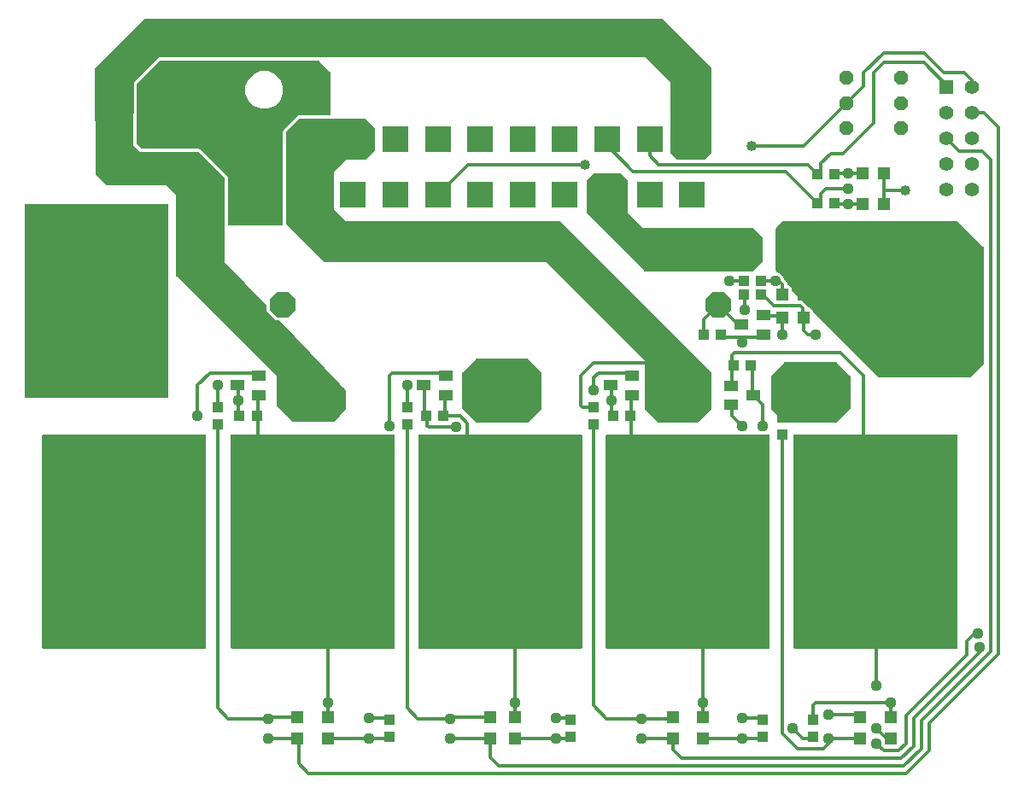
<source format=gbr>
G04 EAGLE Gerber RS-274X export*
G75*
%MOMM*%
%FSLAX34Y34*%
%LPD*%
%INTop Copper*%
%IPPOS*%
%AMOC8*
5,1,8,0,0,1.08239X$1,22.5*%
G01*
%ADD10P,2.749271X8X202.500000*%
%ADD11R,1.200000X1.200000*%
%ADD12R,1.100000X1.000000*%
%ADD13R,1.000000X1.100000*%
%ADD14R,3.150000X1.700000*%
%ADD15R,1.700000X3.150000*%
%ADD16C,8.000000*%
%ADD17R,2.550000X2.550000*%
%ADD18P,1.525737X8X112.500000*%
%ADD19R,1.400000X1.000000*%
%ADD20R,1.409600X1.409600*%
%ADD21C,1.409600*%
%ADD22C,0.304800*%
%ADD23C,1.117600*%
%ADD24C,1.108000*%
%ADD25C,1.016000*%
%ADD26C,1.422400*%
%ADD27C,1.114800*%

G36*
X335155Y373495D02*
X335155Y373495D01*
X335346Y373516D01*
X335346Y373517D01*
X335505Y373573D01*
X335674Y373634D01*
X335812Y373723D01*
X335967Y373823D01*
X335968Y373824D01*
X336143Y373993D01*
X346943Y386243D01*
X346988Y386307D01*
X347040Y386366D01*
X347087Y386450D01*
X347142Y386529D01*
X347171Y386602D01*
X347209Y386671D01*
X347235Y386763D01*
X347270Y386853D01*
X347282Y386930D01*
X347304Y387006D01*
X347315Y387149D01*
X347322Y387197D01*
X347321Y387218D01*
X347323Y387250D01*
X347323Y403800D01*
X347316Y403860D01*
X347318Y403921D01*
X347296Y404033D01*
X347283Y404146D01*
X347263Y404203D01*
X347251Y404263D01*
X347204Y404367D01*
X347166Y404474D01*
X347133Y404525D01*
X347108Y404580D01*
X346992Y404744D01*
X346977Y404767D01*
X346972Y404772D01*
X346966Y404780D01*
X344866Y407280D01*
X344833Y407311D01*
X344777Y407377D01*
X341093Y411061D01*
X281988Y473773D01*
X281875Y473869D01*
X281764Y473968D01*
X281742Y473981D01*
X281722Y473997D01*
X281589Y474065D01*
X281459Y474137D01*
X281434Y474144D01*
X281411Y474156D01*
X281267Y474191D01*
X281124Y474232D01*
X281093Y474234D01*
X281073Y474239D01*
X281025Y474240D01*
X280880Y474251D01*
X277577Y474251D01*
X268351Y483477D01*
X268351Y487638D01*
X268339Y487741D01*
X268337Y487845D01*
X268319Y487913D01*
X268311Y487984D01*
X268276Y488082D01*
X268251Y488182D01*
X268218Y488245D01*
X268194Y488312D01*
X268138Y488399D01*
X268089Y488491D01*
X268030Y488565D01*
X268005Y488605D01*
X267978Y488631D01*
X267937Y488682D01*
X226823Y532305D01*
X226823Y614700D01*
X226809Y614826D01*
X226802Y614952D01*
X226789Y614998D01*
X226783Y615046D01*
X226741Y615165D01*
X226706Y615287D01*
X226682Y615329D01*
X226666Y615374D01*
X226597Y615481D01*
X226536Y615591D01*
X226496Y615637D01*
X226477Y615667D01*
X226442Y615701D01*
X226377Y615777D01*
X201077Y641077D01*
X200978Y641156D01*
X200884Y641240D01*
X200842Y641264D01*
X200804Y641294D01*
X200690Y641348D01*
X200579Y641409D01*
X200533Y641422D01*
X200489Y641443D01*
X200366Y641469D01*
X200244Y641504D01*
X200183Y641509D01*
X200148Y641516D01*
X200100Y641515D01*
X200000Y641523D01*
X143131Y641523D01*
X136526Y648128D01*
X136820Y710466D01*
X161331Y734977D01*
X643769Y734977D01*
X668277Y710469D01*
X668277Y641250D01*
X668291Y641124D01*
X668298Y640998D01*
X668311Y640952D01*
X668317Y640904D01*
X668359Y640785D01*
X668394Y640663D01*
X668418Y640621D01*
X668434Y640576D01*
X668503Y640469D01*
X668564Y640359D01*
X668604Y640313D01*
X668623Y640283D01*
X668658Y640249D01*
X668723Y640173D01*
X675073Y633823D01*
X675172Y633744D01*
X675266Y633660D01*
X675308Y633636D01*
X675346Y633606D01*
X675460Y633552D01*
X675571Y633491D01*
X675617Y633478D01*
X675661Y633457D01*
X675784Y633431D01*
X675906Y633396D01*
X675967Y633392D01*
X676002Y633384D01*
X676050Y633385D01*
X676150Y633377D01*
X701550Y633377D01*
X701676Y633391D01*
X701802Y633398D01*
X701848Y633411D01*
X701896Y633417D01*
X702015Y633459D01*
X702137Y633494D01*
X702179Y633518D01*
X702224Y633534D01*
X702331Y633603D01*
X702441Y633664D01*
X702487Y633704D01*
X702517Y633723D01*
X702551Y633758D01*
X702627Y633823D01*
X708977Y640173D01*
X709056Y640272D01*
X709140Y640366D01*
X709164Y640408D01*
X709194Y640446D01*
X709248Y640560D01*
X709309Y640671D01*
X709322Y640717D01*
X709343Y640761D01*
X709369Y640884D01*
X709404Y641006D01*
X709409Y641067D01*
X709416Y641102D01*
X709415Y641150D01*
X709423Y641250D01*
X709423Y723800D01*
X709409Y723926D01*
X709402Y724052D01*
X709389Y724098D01*
X709383Y724146D01*
X709341Y724265D01*
X709306Y724387D01*
X709282Y724429D01*
X709266Y724474D01*
X709197Y724581D01*
X709136Y724691D01*
X709096Y724737D01*
X709077Y724767D01*
X709042Y724801D01*
X709030Y724815D01*
X709019Y724831D01*
X709008Y724841D01*
X708977Y724877D01*
X660877Y772977D01*
X660778Y773056D01*
X660684Y773140D01*
X660642Y773164D01*
X660604Y773194D01*
X660490Y773248D01*
X660379Y773309D01*
X660333Y773322D01*
X660289Y773343D01*
X660166Y773369D01*
X660044Y773404D01*
X659983Y773409D01*
X659948Y773416D01*
X659900Y773415D01*
X659800Y773423D01*
X148000Y773423D01*
X147874Y773409D01*
X147748Y773402D01*
X147702Y773389D01*
X147654Y773383D01*
X147535Y773341D01*
X147413Y773306D01*
X147371Y773282D01*
X147326Y773266D01*
X147219Y773197D01*
X147109Y773136D01*
X147063Y773096D01*
X147033Y773077D01*
X146999Y773042D01*
X146923Y772977D01*
X98823Y724877D01*
X98757Y724794D01*
X98715Y724750D01*
X98706Y724735D01*
X98659Y724683D01*
X98636Y724641D01*
X98606Y724604D01*
X98552Y724489D01*
X98491Y724378D01*
X98478Y724332D01*
X98457Y724289D01*
X98431Y724165D01*
X98396Y724042D01*
X98391Y723983D01*
X98384Y723948D01*
X98385Y723900D01*
X98377Y723799D01*
X98477Y619999D01*
X98491Y619874D01*
X98498Y619748D01*
X98511Y619701D01*
X98517Y619652D01*
X98560Y619534D01*
X98594Y619413D01*
X98618Y619371D01*
X98635Y619324D01*
X98703Y619219D01*
X98764Y619109D01*
X98804Y619062D01*
X98824Y619032D01*
X98859Y618998D01*
X98923Y618923D01*
X108923Y608923D01*
X109022Y608844D01*
X109116Y608760D01*
X109158Y608736D01*
X109196Y608706D01*
X109310Y608652D01*
X109421Y608591D01*
X109467Y608578D01*
X109511Y608557D01*
X109634Y608531D01*
X109756Y608496D01*
X109817Y608492D01*
X109852Y608484D01*
X109900Y608485D01*
X110000Y608477D01*
X169369Y608477D01*
X178377Y599469D01*
X178377Y520100D01*
X178391Y519974D01*
X178398Y519848D01*
X178411Y519802D01*
X178417Y519754D01*
X178459Y519635D01*
X178494Y519513D01*
X178518Y519471D01*
X178534Y519426D01*
X178603Y519319D01*
X178664Y519209D01*
X178704Y519163D01*
X178723Y519133D01*
X178758Y519099D01*
X178823Y519023D01*
X278477Y419369D01*
X278477Y390000D01*
X278491Y389874D01*
X278498Y389748D01*
X278511Y389702D01*
X278517Y389654D01*
X278559Y389535D01*
X278594Y389413D01*
X278618Y389371D01*
X278634Y389326D01*
X278703Y389219D01*
X278764Y389109D01*
X278804Y389063D01*
X278823Y389033D01*
X278858Y388999D01*
X278923Y388923D01*
X293923Y373923D01*
X294022Y373844D01*
X294116Y373760D01*
X294158Y373736D01*
X294196Y373706D01*
X294310Y373652D01*
X294421Y373591D01*
X294467Y373578D01*
X294511Y373557D01*
X294634Y373531D01*
X294756Y373496D01*
X294817Y373492D01*
X294852Y373484D01*
X294900Y373485D01*
X295000Y373477D01*
X335000Y373477D01*
X335155Y373495D01*
G37*
G36*
X394118Y148746D02*
X394118Y148746D01*
X394237Y148753D01*
X394275Y148766D01*
X394316Y148771D01*
X394426Y148814D01*
X394539Y148851D01*
X394574Y148873D01*
X394611Y148888D01*
X394707Y148958D01*
X394808Y149021D01*
X394836Y149051D01*
X394869Y149074D01*
X394945Y149166D01*
X395026Y149253D01*
X395046Y149288D01*
X395071Y149319D01*
X395122Y149427D01*
X395180Y149531D01*
X395190Y149571D01*
X395207Y149607D01*
X395229Y149724D01*
X395259Y149839D01*
X395263Y149900D01*
X395267Y149920D01*
X395265Y149940D01*
X395269Y150000D01*
X395269Y360000D01*
X395254Y360118D01*
X395247Y360237D01*
X395234Y360275D01*
X395229Y360316D01*
X395186Y360426D01*
X395149Y360539D01*
X395127Y360574D01*
X395112Y360611D01*
X395043Y360707D01*
X394979Y360808D01*
X394949Y360836D01*
X394926Y360869D01*
X394834Y360945D01*
X394747Y361026D01*
X394712Y361046D01*
X394681Y361071D01*
X394573Y361122D01*
X394469Y361180D01*
X394429Y361190D01*
X394393Y361207D01*
X394276Y361229D01*
X394161Y361259D01*
X394101Y361263D01*
X394081Y361267D01*
X394060Y361265D01*
X394000Y361269D01*
X234000Y361269D01*
X233882Y361254D01*
X233763Y361247D01*
X233725Y361234D01*
X233684Y361229D01*
X233574Y361186D01*
X233461Y361149D01*
X233426Y361127D01*
X233389Y361112D01*
X233293Y361043D01*
X233192Y360979D01*
X233164Y360949D01*
X233131Y360926D01*
X233056Y360834D01*
X232974Y360747D01*
X232954Y360712D01*
X232929Y360681D01*
X232878Y360573D01*
X232820Y360469D01*
X232810Y360429D01*
X232793Y360393D01*
X232771Y360276D01*
X232741Y360161D01*
X232737Y360101D01*
X232733Y360081D01*
X232735Y360060D01*
X232731Y360000D01*
X232731Y150000D01*
X232746Y149882D01*
X232753Y149763D01*
X232766Y149725D01*
X232771Y149684D01*
X232814Y149574D01*
X232851Y149461D01*
X232873Y149426D01*
X232888Y149389D01*
X232958Y149293D01*
X233021Y149192D01*
X233051Y149164D01*
X233074Y149131D01*
X233166Y149056D01*
X233253Y148974D01*
X233288Y148954D01*
X233319Y148929D01*
X233427Y148878D01*
X233531Y148820D01*
X233571Y148810D01*
X233607Y148793D01*
X233724Y148771D01*
X233839Y148741D01*
X233900Y148737D01*
X233920Y148733D01*
X233940Y148735D01*
X234000Y148731D01*
X394000Y148731D01*
X394118Y148746D01*
G37*
G36*
X207318Y148746D02*
X207318Y148746D01*
X207437Y148753D01*
X207475Y148766D01*
X207516Y148771D01*
X207626Y148814D01*
X207739Y148851D01*
X207774Y148873D01*
X207811Y148888D01*
X207907Y148958D01*
X208008Y149021D01*
X208036Y149051D01*
X208069Y149074D01*
X208145Y149166D01*
X208226Y149253D01*
X208246Y149288D01*
X208271Y149319D01*
X208322Y149427D01*
X208380Y149531D01*
X208390Y149571D01*
X208407Y149607D01*
X208429Y149724D01*
X208459Y149839D01*
X208463Y149900D01*
X208467Y149920D01*
X208465Y149940D01*
X208469Y150000D01*
X208469Y360000D01*
X208454Y360118D01*
X208447Y360237D01*
X208434Y360275D01*
X208429Y360316D01*
X208386Y360426D01*
X208349Y360539D01*
X208327Y360574D01*
X208312Y360611D01*
X208243Y360707D01*
X208179Y360808D01*
X208149Y360836D01*
X208126Y360869D01*
X208034Y360945D01*
X207947Y361026D01*
X207912Y361046D01*
X207881Y361071D01*
X207773Y361122D01*
X207669Y361180D01*
X207629Y361190D01*
X207593Y361207D01*
X207476Y361229D01*
X207361Y361259D01*
X207301Y361263D01*
X207281Y361267D01*
X207260Y361265D01*
X207200Y361269D01*
X47200Y361269D01*
X47082Y361254D01*
X46963Y361247D01*
X46925Y361234D01*
X46884Y361229D01*
X46774Y361186D01*
X46661Y361149D01*
X46626Y361127D01*
X46589Y361112D01*
X46493Y361043D01*
X46392Y360979D01*
X46364Y360949D01*
X46331Y360926D01*
X46256Y360834D01*
X46174Y360747D01*
X46154Y360712D01*
X46129Y360681D01*
X46078Y360573D01*
X46020Y360469D01*
X46010Y360429D01*
X45993Y360393D01*
X45971Y360276D01*
X45941Y360161D01*
X45937Y360101D01*
X45933Y360081D01*
X45935Y360060D01*
X45931Y360000D01*
X45931Y150000D01*
X45946Y149882D01*
X45953Y149763D01*
X45966Y149725D01*
X45971Y149684D01*
X46014Y149574D01*
X46051Y149461D01*
X46073Y149426D01*
X46088Y149389D01*
X46158Y149293D01*
X46221Y149192D01*
X46251Y149164D01*
X46274Y149131D01*
X46366Y149056D01*
X46453Y148974D01*
X46488Y148954D01*
X46519Y148929D01*
X46627Y148878D01*
X46731Y148820D01*
X46771Y148810D01*
X46807Y148793D01*
X46924Y148771D01*
X47039Y148741D01*
X47100Y148737D01*
X47120Y148733D01*
X47140Y148735D01*
X47200Y148731D01*
X207200Y148731D01*
X207318Y148746D01*
G37*
G36*
X952118Y148746D02*
X952118Y148746D01*
X952237Y148753D01*
X952275Y148766D01*
X952316Y148771D01*
X952426Y148814D01*
X952539Y148851D01*
X952574Y148873D01*
X952611Y148888D01*
X952707Y148958D01*
X952808Y149021D01*
X952836Y149051D01*
X952869Y149074D01*
X952945Y149166D01*
X953026Y149253D01*
X953046Y149288D01*
X953071Y149319D01*
X953122Y149427D01*
X953180Y149531D01*
X953190Y149571D01*
X953207Y149607D01*
X953229Y149724D01*
X953259Y149839D01*
X953263Y149900D01*
X953267Y149920D01*
X953265Y149940D01*
X953269Y150000D01*
X953269Y360000D01*
X953254Y360118D01*
X953247Y360237D01*
X953234Y360275D01*
X953229Y360316D01*
X953186Y360426D01*
X953149Y360539D01*
X953127Y360574D01*
X953112Y360611D01*
X953043Y360707D01*
X952979Y360808D01*
X952949Y360836D01*
X952926Y360869D01*
X952834Y360945D01*
X952747Y361026D01*
X952712Y361046D01*
X952681Y361071D01*
X952573Y361122D01*
X952469Y361180D01*
X952429Y361190D01*
X952393Y361207D01*
X952276Y361229D01*
X952161Y361259D01*
X952101Y361263D01*
X952081Y361267D01*
X952060Y361265D01*
X952000Y361269D01*
X792000Y361269D01*
X791882Y361254D01*
X791763Y361247D01*
X791725Y361234D01*
X791684Y361229D01*
X791574Y361186D01*
X791461Y361149D01*
X791426Y361127D01*
X791389Y361112D01*
X791293Y361043D01*
X791192Y360979D01*
X791164Y360949D01*
X791131Y360926D01*
X791056Y360834D01*
X790974Y360747D01*
X790954Y360712D01*
X790929Y360681D01*
X790878Y360573D01*
X790820Y360469D01*
X790810Y360429D01*
X790793Y360393D01*
X790771Y360276D01*
X790741Y360161D01*
X790737Y360101D01*
X790733Y360081D01*
X790735Y360060D01*
X790731Y360000D01*
X790731Y150000D01*
X790746Y149882D01*
X790753Y149763D01*
X790766Y149725D01*
X790771Y149684D01*
X790814Y149574D01*
X790851Y149461D01*
X790873Y149426D01*
X790888Y149389D01*
X790958Y149293D01*
X791021Y149192D01*
X791051Y149164D01*
X791074Y149131D01*
X791166Y149056D01*
X791253Y148974D01*
X791288Y148954D01*
X791319Y148929D01*
X791427Y148878D01*
X791531Y148820D01*
X791571Y148810D01*
X791607Y148793D01*
X791724Y148771D01*
X791839Y148741D01*
X791900Y148737D01*
X791920Y148733D01*
X791940Y148735D01*
X792000Y148731D01*
X952000Y148731D01*
X952118Y148746D01*
G37*
G36*
X766118Y148746D02*
X766118Y148746D01*
X766237Y148753D01*
X766275Y148766D01*
X766316Y148771D01*
X766426Y148814D01*
X766539Y148851D01*
X766574Y148873D01*
X766611Y148888D01*
X766707Y148958D01*
X766808Y149021D01*
X766836Y149051D01*
X766869Y149074D01*
X766945Y149166D01*
X767026Y149253D01*
X767046Y149288D01*
X767071Y149319D01*
X767122Y149427D01*
X767180Y149531D01*
X767190Y149571D01*
X767207Y149607D01*
X767229Y149724D01*
X767259Y149839D01*
X767263Y149900D01*
X767267Y149920D01*
X767265Y149940D01*
X767269Y150000D01*
X767269Y360000D01*
X767254Y360118D01*
X767247Y360237D01*
X767234Y360275D01*
X767229Y360316D01*
X767186Y360426D01*
X767149Y360539D01*
X767127Y360574D01*
X767112Y360611D01*
X767043Y360707D01*
X766979Y360808D01*
X766949Y360836D01*
X766926Y360869D01*
X766834Y360945D01*
X766747Y361026D01*
X766712Y361046D01*
X766681Y361071D01*
X766573Y361122D01*
X766469Y361180D01*
X766429Y361190D01*
X766393Y361207D01*
X766276Y361229D01*
X766161Y361259D01*
X766101Y361263D01*
X766081Y361267D01*
X766060Y361265D01*
X766000Y361269D01*
X606000Y361269D01*
X605882Y361254D01*
X605763Y361247D01*
X605725Y361234D01*
X605684Y361229D01*
X605574Y361186D01*
X605461Y361149D01*
X605426Y361127D01*
X605389Y361112D01*
X605293Y361043D01*
X605192Y360979D01*
X605164Y360949D01*
X605131Y360926D01*
X605056Y360834D01*
X604974Y360747D01*
X604954Y360712D01*
X604929Y360681D01*
X604878Y360573D01*
X604820Y360469D01*
X604810Y360429D01*
X604793Y360393D01*
X604771Y360276D01*
X604741Y360161D01*
X604737Y360101D01*
X604733Y360081D01*
X604735Y360060D01*
X604731Y360000D01*
X604731Y150000D01*
X604746Y149882D01*
X604753Y149763D01*
X604766Y149725D01*
X604771Y149684D01*
X604814Y149574D01*
X604851Y149461D01*
X604873Y149426D01*
X604888Y149389D01*
X604958Y149293D01*
X605021Y149192D01*
X605051Y149164D01*
X605074Y149131D01*
X605166Y149056D01*
X605253Y148974D01*
X605288Y148954D01*
X605319Y148929D01*
X605427Y148878D01*
X605531Y148820D01*
X605571Y148810D01*
X605607Y148793D01*
X605724Y148771D01*
X605839Y148741D01*
X605900Y148737D01*
X605920Y148733D01*
X605940Y148735D01*
X606000Y148731D01*
X766000Y148731D01*
X766118Y148746D01*
G37*
G36*
X580118Y148746D02*
X580118Y148746D01*
X580237Y148753D01*
X580275Y148766D01*
X580316Y148771D01*
X580426Y148814D01*
X580539Y148851D01*
X580574Y148873D01*
X580611Y148888D01*
X580707Y148958D01*
X580808Y149021D01*
X580836Y149051D01*
X580869Y149074D01*
X580945Y149166D01*
X581026Y149253D01*
X581046Y149288D01*
X581071Y149319D01*
X581122Y149427D01*
X581180Y149531D01*
X581190Y149571D01*
X581207Y149607D01*
X581229Y149724D01*
X581259Y149839D01*
X581263Y149900D01*
X581267Y149920D01*
X581265Y149940D01*
X581269Y150000D01*
X581269Y360000D01*
X581254Y360118D01*
X581247Y360237D01*
X581234Y360275D01*
X581229Y360316D01*
X581186Y360426D01*
X581149Y360539D01*
X581127Y360574D01*
X581112Y360611D01*
X581043Y360707D01*
X580979Y360808D01*
X580949Y360836D01*
X580926Y360869D01*
X580834Y360945D01*
X580747Y361026D01*
X580712Y361046D01*
X580681Y361071D01*
X580573Y361122D01*
X580469Y361180D01*
X580429Y361190D01*
X580393Y361207D01*
X580276Y361229D01*
X580161Y361259D01*
X580101Y361263D01*
X580081Y361267D01*
X580060Y361265D01*
X580000Y361269D01*
X458356Y361269D01*
X458347Y361268D01*
X458338Y361269D01*
X458189Y361248D01*
X458041Y361229D01*
X458032Y361226D01*
X458023Y361225D01*
X457870Y361173D01*
X457766Y361129D01*
X454734Y361129D01*
X454630Y361173D01*
X454621Y361175D01*
X454612Y361180D01*
X454468Y361217D01*
X454323Y361257D01*
X454313Y361257D01*
X454304Y361259D01*
X454144Y361269D01*
X420000Y361269D01*
X419882Y361254D01*
X419763Y361247D01*
X419725Y361234D01*
X419684Y361229D01*
X419574Y361186D01*
X419461Y361149D01*
X419426Y361127D01*
X419389Y361112D01*
X419293Y361043D01*
X419192Y360979D01*
X419164Y360949D01*
X419131Y360926D01*
X419056Y360834D01*
X418974Y360747D01*
X418954Y360712D01*
X418929Y360681D01*
X418878Y360573D01*
X418820Y360469D01*
X418810Y360429D01*
X418793Y360393D01*
X418771Y360276D01*
X418741Y360161D01*
X418737Y360101D01*
X418733Y360081D01*
X418735Y360060D01*
X418731Y360000D01*
X418731Y150000D01*
X418746Y149882D01*
X418753Y149763D01*
X418766Y149725D01*
X418771Y149684D01*
X418814Y149574D01*
X418851Y149461D01*
X418873Y149426D01*
X418888Y149389D01*
X418958Y149293D01*
X419021Y149192D01*
X419051Y149164D01*
X419074Y149131D01*
X419166Y149056D01*
X419253Y148974D01*
X419288Y148954D01*
X419319Y148929D01*
X419427Y148878D01*
X419531Y148820D01*
X419571Y148810D01*
X419607Y148793D01*
X419724Y148771D01*
X419839Y148741D01*
X419900Y148737D01*
X419920Y148733D01*
X419940Y148735D01*
X420000Y148731D01*
X580000Y148731D01*
X580118Y148746D01*
G37*
G36*
X169618Y397346D02*
X169618Y397346D01*
X169737Y397353D01*
X169775Y397366D01*
X169816Y397371D01*
X169926Y397414D01*
X170039Y397451D01*
X170074Y397473D01*
X170111Y397488D01*
X170207Y397558D01*
X170308Y397621D01*
X170336Y397651D01*
X170369Y397674D01*
X170445Y397766D01*
X170526Y397853D01*
X170546Y397888D01*
X170571Y397919D01*
X170622Y398027D01*
X170680Y398131D01*
X170690Y398171D01*
X170707Y398207D01*
X170729Y398324D01*
X170759Y398439D01*
X170763Y398500D01*
X170767Y398520D01*
X170765Y398540D01*
X170769Y398600D01*
X170769Y588600D01*
X170754Y588718D01*
X170747Y588837D01*
X170734Y588875D01*
X170729Y588916D01*
X170686Y589026D01*
X170649Y589139D01*
X170627Y589174D01*
X170612Y589211D01*
X170543Y589307D01*
X170479Y589408D01*
X170449Y589436D01*
X170426Y589469D01*
X170334Y589545D01*
X170247Y589626D01*
X170212Y589646D01*
X170181Y589671D01*
X170073Y589722D01*
X169969Y589780D01*
X169929Y589790D01*
X169893Y589807D01*
X169776Y589829D01*
X169661Y589859D01*
X169601Y589863D01*
X169581Y589867D01*
X169560Y589865D01*
X169500Y589869D01*
X29500Y589869D01*
X29382Y589854D01*
X29263Y589847D01*
X29225Y589834D01*
X29184Y589829D01*
X29074Y589786D01*
X28961Y589749D01*
X28926Y589727D01*
X28889Y589712D01*
X28793Y589643D01*
X28692Y589579D01*
X28664Y589549D01*
X28631Y589526D01*
X28556Y589434D01*
X28474Y589347D01*
X28454Y589312D01*
X28429Y589281D01*
X28378Y589173D01*
X28320Y589069D01*
X28310Y589029D01*
X28293Y588993D01*
X28271Y588876D01*
X28241Y588761D01*
X28237Y588701D01*
X28233Y588681D01*
X28235Y588660D01*
X28231Y588600D01*
X28231Y398600D01*
X28246Y398482D01*
X28253Y398363D01*
X28266Y398325D01*
X28271Y398284D01*
X28314Y398174D01*
X28351Y398061D01*
X28373Y398026D01*
X28388Y397989D01*
X28458Y397893D01*
X28521Y397792D01*
X28551Y397764D01*
X28574Y397731D01*
X28666Y397656D01*
X28753Y397574D01*
X28788Y397554D01*
X28819Y397529D01*
X28927Y397478D01*
X29031Y397420D01*
X29071Y397410D01*
X29107Y397393D01*
X29224Y397371D01*
X29339Y397341D01*
X29400Y397337D01*
X29420Y397333D01*
X29440Y397335D01*
X29500Y397331D01*
X169500Y397331D01*
X169618Y397346D01*
G37*
G36*
X695326Y373141D02*
X695326Y373141D01*
X695452Y373148D01*
X695498Y373161D01*
X695546Y373167D01*
X695665Y373209D01*
X695787Y373244D01*
X695829Y373268D01*
X695874Y373284D01*
X695981Y373353D01*
X696091Y373414D01*
X696137Y373454D01*
X696167Y373473D01*
X696201Y373508D01*
X696277Y373573D01*
X708977Y386273D01*
X709056Y386372D01*
X709140Y386466D01*
X709164Y386508D01*
X709194Y386546D01*
X709248Y386660D01*
X709309Y386771D01*
X709322Y386817D01*
X709343Y386861D01*
X709369Y386984D01*
X709404Y387106D01*
X709409Y387167D01*
X709416Y387202D01*
X709415Y387250D01*
X709423Y387350D01*
X709423Y422100D01*
X709409Y422226D01*
X709402Y422352D01*
X709389Y422398D01*
X709383Y422446D01*
X709341Y422565D01*
X709306Y422687D01*
X709282Y422729D01*
X709266Y422774D01*
X709197Y422881D01*
X709136Y422991D01*
X709096Y423037D01*
X709077Y423067D01*
X709042Y423101D01*
X708977Y423177D01*
X701078Y431076D01*
X559878Y572576D01*
X559778Y572655D01*
X559684Y572740D01*
X559643Y572763D01*
X559605Y572793D01*
X559491Y572847D01*
X559379Y572909D01*
X559333Y572922D01*
X559291Y572942D01*
X559166Y572969D01*
X559044Y573004D01*
X558984Y573008D01*
X558950Y573016D01*
X558902Y573015D01*
X558800Y573023D01*
X546100Y573023D01*
X546099Y573023D01*
X346581Y572924D01*
X334773Y584731D01*
X334773Y621569D01*
X346581Y633377D01*
X365000Y633377D01*
X365126Y633391D01*
X365252Y633398D01*
X365298Y633411D01*
X365346Y633417D01*
X365465Y633459D01*
X365587Y633494D01*
X365629Y633518D01*
X365674Y633534D01*
X365781Y633603D01*
X365891Y633664D01*
X365937Y633704D01*
X365967Y633723D01*
X366001Y633758D01*
X366077Y633823D01*
X375602Y643348D01*
X375681Y643447D01*
X375765Y643541D01*
X375789Y643583D01*
X375819Y643621D01*
X375873Y643735D01*
X375934Y643846D01*
X375947Y643892D01*
X375968Y643936D01*
X375994Y644059D01*
X376029Y644181D01*
X376034Y644242D01*
X376041Y644277D01*
X376040Y644325D01*
X376048Y644425D01*
X376048Y663475D01*
X376034Y663601D01*
X376027Y663727D01*
X376014Y663773D01*
X376008Y663821D01*
X375966Y663940D01*
X375931Y664062D01*
X375907Y664104D01*
X375891Y664149D01*
X375822Y664256D01*
X375761Y664366D01*
X375721Y664412D01*
X375702Y664442D01*
X375667Y664476D01*
X375602Y664552D01*
X366077Y674077D01*
X365978Y674156D01*
X365884Y674240D01*
X365842Y674264D01*
X365804Y674294D01*
X365690Y674348D01*
X365579Y674409D01*
X365533Y674422D01*
X365489Y674443D01*
X365366Y674469D01*
X365244Y674504D01*
X365183Y674509D01*
X365148Y674516D01*
X365100Y674515D01*
X365000Y674523D01*
X301500Y674523D01*
X301374Y674509D01*
X301248Y674502D01*
X301202Y674489D01*
X301154Y674483D01*
X301035Y674441D01*
X300913Y674406D01*
X300871Y674382D01*
X300826Y674366D01*
X300719Y674297D01*
X300609Y674236D01*
X300563Y674196D01*
X300533Y674177D01*
X300499Y674142D01*
X300423Y674077D01*
X287723Y661377D01*
X287644Y661278D01*
X287560Y661184D01*
X287536Y661142D01*
X287506Y661104D01*
X287452Y660990D01*
X287391Y660879D01*
X287378Y660833D01*
X287357Y660789D01*
X287331Y660666D01*
X287296Y660544D01*
X287292Y660483D01*
X287284Y660448D01*
X287285Y660400D01*
X287277Y660300D01*
X287277Y571400D01*
X287291Y571274D01*
X287298Y571148D01*
X287311Y571102D01*
X287317Y571054D01*
X287359Y570935D01*
X287394Y570813D01*
X287418Y570771D01*
X287434Y570726D01*
X287503Y570619D01*
X287564Y570509D01*
X287604Y570463D01*
X287623Y570433D01*
X287658Y570399D01*
X287723Y570323D01*
X325823Y532223D01*
X325922Y532144D01*
X326016Y532059D01*
X326058Y532036D01*
X326096Y532006D01*
X326210Y531952D01*
X326322Y531891D01*
X326368Y531878D01*
X326411Y531857D01*
X326535Y531831D01*
X326657Y531796D01*
X326717Y531791D01*
X326752Y531784D01*
X326800Y531785D01*
X326901Y531777D01*
X520701Y531877D01*
X546115Y531877D01*
X546170Y531777D01*
X546243Y531640D01*
X546255Y531626D01*
X546264Y531609D01*
X546423Y531423D01*
X642877Y434969D01*
X642877Y387350D01*
X642891Y387224D01*
X642898Y387098D01*
X642911Y387052D01*
X642917Y387004D01*
X642959Y386885D01*
X642994Y386763D01*
X643018Y386721D01*
X643034Y386676D01*
X643103Y386569D01*
X643164Y386459D01*
X643204Y386413D01*
X643223Y386383D01*
X643258Y386349D01*
X643323Y386273D01*
X656023Y373573D01*
X656122Y373494D01*
X656216Y373410D01*
X656258Y373386D01*
X656296Y373356D01*
X656410Y373302D01*
X656521Y373241D01*
X656567Y373228D01*
X656611Y373207D01*
X656734Y373181D01*
X656856Y373146D01*
X656917Y373142D01*
X656952Y373134D01*
X657000Y373135D01*
X657100Y373127D01*
X695200Y373127D01*
X695326Y373141D01*
G37*
G36*
X965326Y417591D02*
X965326Y417591D01*
X965452Y417598D01*
X965498Y417611D01*
X965546Y417617D01*
X965665Y417659D01*
X965787Y417694D01*
X965829Y417718D01*
X965874Y417734D01*
X965981Y417803D01*
X966091Y417864D01*
X966137Y417904D01*
X966167Y417923D01*
X966201Y417958D01*
X966277Y418023D01*
X978977Y430723D01*
X979056Y430822D01*
X979140Y430916D01*
X979164Y430958D01*
X979194Y430996D01*
X979248Y431110D01*
X979309Y431221D01*
X979322Y431267D01*
X979343Y431311D01*
X979369Y431434D01*
X979404Y431556D01*
X979409Y431617D01*
X979416Y431652D01*
X979415Y431700D01*
X979423Y431800D01*
X979423Y546100D01*
X979409Y546226D01*
X979402Y546352D01*
X979389Y546398D01*
X979383Y546446D01*
X979341Y546565D01*
X979306Y546687D01*
X979282Y546729D01*
X979266Y546774D01*
X979197Y546881D01*
X979136Y546991D01*
X979096Y547037D01*
X979077Y547067D01*
X979042Y547101D01*
X978977Y547177D01*
X953577Y572577D01*
X953478Y572656D01*
X953384Y572740D01*
X953342Y572764D01*
X953304Y572794D01*
X953190Y572848D01*
X953079Y572909D01*
X953033Y572922D01*
X952989Y572943D01*
X952866Y572969D01*
X952744Y573004D01*
X952683Y573009D01*
X952648Y573016D01*
X952600Y573015D01*
X952500Y573023D01*
X781050Y573023D01*
X780924Y573009D01*
X780798Y573002D01*
X780752Y572989D01*
X780704Y572983D01*
X780585Y572941D01*
X780463Y572906D01*
X780421Y572882D01*
X780376Y572866D01*
X780269Y572797D01*
X780159Y572736D01*
X780113Y572696D01*
X780083Y572677D01*
X780049Y572642D01*
X779973Y572577D01*
X773623Y566227D01*
X773544Y566128D01*
X773460Y566034D01*
X773436Y565992D01*
X773406Y565954D01*
X773352Y565840D01*
X773291Y565729D01*
X773278Y565683D01*
X773257Y565639D01*
X773231Y565516D01*
X773196Y565394D01*
X773192Y565333D01*
X773184Y565298D01*
X773185Y565250D01*
X773177Y565150D01*
X773177Y523836D01*
X773186Y523760D01*
X773184Y523683D01*
X773205Y523587D01*
X773217Y523490D01*
X773242Y523418D01*
X773259Y523343D01*
X773301Y523254D01*
X773334Y523161D01*
X773376Y523097D01*
X773408Y523028D01*
X773470Y522951D01*
X773523Y522869D01*
X773578Y522816D01*
X773626Y522756D01*
X773703Y522695D01*
X773774Y522626D01*
X773839Y522587D01*
X773899Y522540D01*
X774033Y522472D01*
X774073Y522448D01*
X774091Y522442D01*
X774117Y522428D01*
X777392Y521072D01*
X779822Y518642D01*
X781118Y515513D01*
X781119Y515511D01*
X781120Y515509D01*
X781203Y515360D01*
X781288Y515208D01*
X781289Y515206D01*
X781290Y515205D01*
X781448Y515018D01*
X782376Y514091D01*
X783877Y512590D01*
X784573Y510910D01*
X784573Y510472D01*
X784575Y510455D01*
X784574Y510443D01*
X784575Y510435D01*
X784574Y510420D01*
X784596Y510273D01*
X784613Y510126D01*
X784621Y510101D01*
X784625Y510075D01*
X784680Y509937D01*
X784730Y509798D01*
X784744Y509776D01*
X784754Y509751D01*
X784839Y509630D01*
X784919Y509505D01*
X784938Y509487D01*
X784953Y509465D01*
X785063Y509366D01*
X785170Y509263D01*
X785192Y509249D01*
X785212Y509232D01*
X785342Y509160D01*
X785469Y509084D01*
X785494Y509076D01*
X785517Y509063D01*
X785660Y509023D01*
X785801Y508978D01*
X785827Y508976D01*
X785852Y508968D01*
X786096Y508949D01*
X786763Y508949D01*
X788549Y507163D01*
X788549Y505328D01*
X788563Y505202D01*
X788570Y505076D01*
X788583Y505030D01*
X788589Y504982D01*
X788631Y504863D01*
X788666Y504741D01*
X788690Y504699D01*
X788706Y504654D01*
X788775Y504547D01*
X788836Y504437D01*
X788876Y504391D01*
X788895Y504361D01*
X788930Y504327D01*
X788995Y504251D01*
X806251Y486995D01*
X806350Y486916D01*
X806444Y486832D01*
X806486Y486808D01*
X806524Y486778D01*
X806638Y486724D01*
X806749Y486663D01*
X806795Y486650D01*
X806839Y486629D01*
X806962Y486603D01*
X807084Y486568D01*
X807145Y486563D01*
X807180Y486556D01*
X807228Y486557D01*
X807328Y486549D01*
X807763Y486549D01*
X809549Y484763D01*
X809549Y484328D01*
X809563Y484202D01*
X809570Y484076D01*
X809583Y484030D01*
X809589Y483982D01*
X809631Y483863D01*
X809666Y483741D01*
X809690Y483699D01*
X809706Y483654D01*
X809775Y483547D01*
X809836Y483437D01*
X809876Y483391D01*
X809895Y483361D01*
X809930Y483327D01*
X809995Y483251D01*
X875223Y418023D01*
X875322Y417944D01*
X875416Y417860D01*
X875458Y417836D01*
X875496Y417806D01*
X875610Y417752D01*
X875721Y417691D01*
X875767Y417678D01*
X875811Y417657D01*
X875934Y417631D01*
X876056Y417596D01*
X876117Y417592D01*
X876152Y417584D01*
X876200Y417585D01*
X876300Y417577D01*
X965200Y417577D01*
X965326Y417591D01*
G37*
G36*
X282931Y568494D02*
X282931Y568494D01*
X283081Y568506D01*
X283104Y568514D01*
X283128Y568517D01*
X283270Y568567D01*
X283413Y568614D01*
X283433Y568626D01*
X283456Y568634D01*
X283583Y568716D01*
X283711Y568793D01*
X283728Y568810D01*
X283749Y568823D01*
X283854Y568932D01*
X283961Y569036D01*
X283974Y569056D01*
X283991Y569074D01*
X284068Y569203D01*
X284149Y569330D01*
X284158Y569352D01*
X284170Y569373D01*
X284216Y569516D01*
X284266Y569658D01*
X284269Y569682D01*
X284276Y569705D01*
X284288Y569855D01*
X284305Y570004D01*
X284302Y570028D01*
X284304Y570052D01*
X284282Y570201D01*
X284264Y570350D01*
X284255Y570378D01*
X284252Y570397D01*
X284235Y570441D01*
X284227Y570464D01*
X284227Y661210D01*
X284923Y662890D01*
X298910Y676877D01*
X300590Y677573D01*
X330000Y677573D01*
X330026Y677576D01*
X330052Y677574D01*
X330199Y677596D01*
X330346Y677613D01*
X330371Y677621D01*
X330397Y677625D01*
X330535Y677680D01*
X330674Y677730D01*
X330696Y677744D01*
X330721Y677754D01*
X330842Y677839D01*
X330967Y677919D01*
X330985Y677938D01*
X331007Y677953D01*
X331106Y678063D01*
X331209Y678170D01*
X331223Y678192D01*
X331240Y678212D01*
X331312Y678342D01*
X331388Y678469D01*
X331396Y678494D01*
X331409Y678517D01*
X331449Y678660D01*
X331494Y678801D01*
X331496Y678827D01*
X331504Y678852D01*
X331523Y679096D01*
X331523Y720000D01*
X331509Y720126D01*
X331502Y720252D01*
X331489Y720298D01*
X331483Y720346D01*
X331441Y720465D01*
X331406Y720587D01*
X331382Y720629D01*
X331366Y720674D01*
X331297Y720781D01*
X331236Y720891D01*
X331196Y720937D01*
X331177Y720967D01*
X331142Y721001D01*
X331077Y721077D01*
X320673Y731481D01*
X320574Y731560D01*
X320480Y731644D01*
X320438Y731668D01*
X320400Y731698D01*
X320286Y731752D01*
X320175Y731813D01*
X320129Y731826D01*
X320085Y731847D01*
X319962Y731873D01*
X319840Y731908D01*
X319779Y731913D01*
X319744Y731920D01*
X319696Y731919D01*
X319596Y731927D01*
X163225Y731927D01*
X163099Y731913D01*
X162973Y731906D01*
X162927Y731893D01*
X162879Y731887D01*
X162760Y731845D01*
X162638Y731810D01*
X162596Y731786D01*
X162551Y731770D01*
X162444Y731701D01*
X162334Y731640D01*
X162288Y731600D01*
X162258Y731581D01*
X162224Y731546D01*
X162148Y731481D01*
X140307Y709640D01*
X140237Y709551D01*
X140227Y709542D01*
X140225Y709538D01*
X140148Y709453D01*
X140123Y709408D01*
X140090Y709367D01*
X140038Y709256D01*
X139978Y709149D01*
X139964Y709099D01*
X139941Y709052D01*
X139916Y708932D01*
X139882Y708814D01*
X139876Y708748D01*
X139868Y708711D01*
X139869Y708664D01*
X139861Y708570D01*
X139585Y650020D01*
X139599Y649891D01*
X139606Y649761D01*
X139618Y649718D01*
X139623Y649674D01*
X139666Y649551D01*
X139702Y649426D01*
X139724Y649387D01*
X139739Y649345D01*
X139809Y649236D01*
X139872Y649122D01*
X139908Y649080D01*
X139926Y649052D01*
X139962Y649017D01*
X140031Y648936D01*
X143948Y645019D01*
X144047Y644940D01*
X144141Y644856D01*
X144183Y644832D01*
X144221Y644802D01*
X144335Y644748D01*
X144446Y644687D01*
X144492Y644674D01*
X144536Y644653D01*
X144659Y644627D01*
X144781Y644592D01*
X144842Y644587D01*
X144877Y644580D01*
X144925Y644581D01*
X145025Y644573D01*
X200910Y644573D01*
X202590Y643877D01*
X229177Y617290D01*
X229873Y615610D01*
X229873Y570000D01*
X229876Y569974D01*
X229874Y569948D01*
X229896Y569801D01*
X229913Y569654D01*
X229921Y569629D01*
X229925Y569603D01*
X229980Y569465D01*
X230030Y569326D01*
X230044Y569304D01*
X230054Y569279D01*
X230139Y569158D01*
X230219Y569033D01*
X230238Y569015D01*
X230253Y568993D01*
X230363Y568894D01*
X230470Y568791D01*
X230492Y568777D01*
X230512Y568760D01*
X230642Y568688D01*
X230769Y568612D01*
X230794Y568604D01*
X230817Y568591D01*
X230960Y568551D01*
X231101Y568506D01*
X231127Y568504D01*
X231152Y568496D01*
X231396Y568477D01*
X282782Y568477D01*
X282931Y568494D01*
G37*
G36*
X749398Y522618D02*
X749398Y522618D01*
X749497Y522621D01*
X749555Y522638D01*
X749616Y522646D01*
X749708Y522682D01*
X749803Y522710D01*
X749855Y522740D01*
X749911Y522763D01*
X749991Y522821D01*
X750077Y522871D01*
X750152Y522937D01*
X750169Y522949D01*
X750176Y522959D01*
X750198Y522978D01*
X759723Y532503D01*
X759783Y532581D01*
X759851Y532653D01*
X759880Y532706D01*
X759917Y532754D01*
X759957Y532845D01*
X760005Y532931D01*
X760020Y532990D01*
X760044Y533046D01*
X760059Y533144D01*
X760084Y533239D01*
X760090Y533339D01*
X760094Y533360D01*
X760092Y533372D01*
X760094Y533400D01*
X760094Y555625D01*
X760082Y555723D01*
X760079Y555822D01*
X760062Y555880D01*
X760054Y555941D01*
X760018Y556033D01*
X759990Y556128D01*
X759960Y556180D01*
X759937Y556236D01*
X759879Y556316D01*
X759829Y556402D01*
X759763Y556477D01*
X759751Y556494D01*
X759741Y556501D01*
X759723Y556523D01*
X750198Y566048D01*
X750119Y566108D01*
X750047Y566176D01*
X749994Y566205D01*
X749946Y566242D01*
X749855Y566282D01*
X749769Y566330D01*
X749710Y566345D01*
X749654Y566369D01*
X749556Y566384D01*
X749461Y566409D01*
X749361Y566415D01*
X749340Y566419D01*
X749328Y566417D01*
X749300Y566419D01*
X641876Y566419D01*
X626619Y581676D01*
X626619Y612675D01*
X626607Y612773D01*
X626604Y612872D01*
X626587Y612930D01*
X626579Y612991D01*
X626543Y613083D01*
X626515Y613178D01*
X626485Y613230D01*
X626462Y613286D01*
X626404Y613366D01*
X626354Y613452D01*
X626288Y613527D01*
X626276Y613544D01*
X626266Y613551D01*
X626248Y613573D01*
X619898Y619923D01*
X619819Y619983D01*
X619747Y620051D01*
X619694Y620080D01*
X619646Y620117D01*
X619555Y620157D01*
X619469Y620205D01*
X619410Y620220D01*
X619354Y620244D01*
X619256Y620259D01*
X619161Y620284D01*
X619061Y620290D01*
X619040Y620294D01*
X619028Y620292D01*
X619000Y620294D01*
X593600Y620294D01*
X593502Y620282D01*
X593403Y620279D01*
X593345Y620262D01*
X593284Y620254D01*
X593192Y620218D01*
X593097Y620190D01*
X593045Y620160D01*
X592989Y620137D01*
X592909Y620079D01*
X592823Y620029D01*
X592748Y619963D01*
X592731Y619951D01*
X592724Y619941D01*
X592703Y619923D01*
X586353Y613573D01*
X586292Y613494D01*
X586224Y613422D01*
X586195Y613369D01*
X586158Y613321D01*
X586118Y613230D01*
X586070Y613144D01*
X586055Y613085D01*
X586031Y613029D01*
X586016Y612931D01*
X585991Y612836D01*
X585985Y612736D01*
X585981Y612715D01*
X585983Y612703D01*
X585981Y612675D01*
X585981Y581150D01*
X585993Y581052D01*
X585996Y580953D01*
X586013Y580895D01*
X586021Y580834D01*
X586057Y580742D01*
X586085Y580647D01*
X586115Y580595D01*
X586138Y580539D01*
X586196Y580459D01*
X586246Y580373D01*
X586312Y580298D01*
X586324Y580281D01*
X586334Y580274D01*
X586353Y580253D01*
X643628Y522978D01*
X643706Y522917D01*
X643778Y522849D01*
X643831Y522820D01*
X643879Y522783D01*
X643970Y522743D01*
X644056Y522695D01*
X644115Y522680D01*
X644171Y522656D01*
X644269Y522641D01*
X644364Y522616D01*
X644464Y522610D01*
X644485Y522606D01*
X644497Y522608D01*
X644525Y522606D01*
X749300Y522606D01*
X749398Y522618D01*
G37*
G36*
X527123Y373293D02*
X527123Y373293D01*
X527222Y373296D01*
X527280Y373313D01*
X527341Y373321D01*
X527433Y373357D01*
X527528Y373385D01*
X527580Y373415D01*
X527636Y373438D01*
X527716Y373496D01*
X527802Y373546D01*
X527877Y373612D01*
X527894Y373624D01*
X527901Y373634D01*
X527923Y373653D01*
X540623Y386353D01*
X540683Y386431D01*
X540751Y386503D01*
X540773Y386543D01*
X540789Y386562D01*
X540795Y386575D01*
X540817Y386604D01*
X540857Y386695D01*
X540905Y386781D01*
X540920Y386839D01*
X540924Y386850D01*
X540925Y386852D01*
X540944Y386896D01*
X540959Y386994D01*
X540984Y387089D01*
X540990Y387189D01*
X540994Y387210D01*
X540992Y387222D01*
X540994Y387250D01*
X540994Y422175D01*
X540982Y422273D01*
X540979Y422372D01*
X540962Y422430D01*
X540954Y422491D01*
X540918Y422583D01*
X540890Y422678D01*
X540860Y422730D01*
X540837Y422786D01*
X540779Y422866D01*
X540729Y422952D01*
X540663Y423027D01*
X540651Y423044D01*
X540641Y423051D01*
X540623Y423073D01*
X527923Y435773D01*
X527844Y435833D01*
X527772Y435901D01*
X527719Y435930D01*
X527671Y435967D01*
X527580Y436007D01*
X527494Y436055D01*
X527435Y436070D01*
X527379Y436094D01*
X527281Y436109D01*
X527186Y436134D01*
X527086Y436140D01*
X527065Y436144D01*
X527053Y436142D01*
X527025Y436144D01*
X476225Y436144D01*
X476127Y436132D01*
X476028Y436129D01*
X475970Y436112D01*
X475909Y436104D01*
X475817Y436068D01*
X475722Y436040D01*
X475670Y436010D01*
X475614Y435987D01*
X475534Y435929D01*
X475448Y435879D01*
X475373Y435813D01*
X475356Y435801D01*
X475349Y435791D01*
X475328Y435773D01*
X462628Y423073D01*
X462567Y422994D01*
X462499Y422922D01*
X462470Y422869D01*
X462433Y422821D01*
X462393Y422730D01*
X462345Y422644D01*
X462330Y422585D01*
X462306Y422529D01*
X462291Y422431D01*
X462266Y422336D01*
X462260Y422236D01*
X462256Y422215D01*
X462258Y422203D01*
X462256Y422175D01*
X462256Y387250D01*
X462268Y387152D01*
X462271Y387053D01*
X462288Y386995D01*
X462296Y386934D01*
X462332Y386842D01*
X462360Y386747D01*
X462381Y386711D01*
X462384Y386703D01*
X462393Y386688D01*
X462413Y386639D01*
X462471Y386559D01*
X462521Y386473D01*
X462550Y386441D01*
X462554Y386434D01*
X462563Y386425D01*
X462587Y386398D01*
X462599Y386381D01*
X462609Y386374D01*
X462628Y386353D01*
X475328Y373653D01*
X475406Y373592D01*
X475478Y373524D01*
X475531Y373495D01*
X475579Y373458D01*
X475670Y373418D01*
X475756Y373370D01*
X475815Y373355D01*
X475871Y373331D01*
X475969Y373316D01*
X476064Y373291D01*
X476164Y373285D01*
X476185Y373281D01*
X476197Y373283D01*
X476225Y373281D01*
X527025Y373281D01*
X527123Y373293D01*
G37*
G36*
X833223Y373293D02*
X833223Y373293D01*
X833322Y373296D01*
X833380Y373313D01*
X833441Y373321D01*
X833533Y373357D01*
X833628Y373385D01*
X833680Y373415D01*
X833736Y373438D01*
X833816Y373496D01*
X833902Y373546D01*
X833977Y373612D01*
X833994Y373624D01*
X834001Y373634D01*
X834023Y373653D01*
X846723Y386353D01*
X846783Y386431D01*
X846851Y386503D01*
X846873Y386543D01*
X846889Y386562D01*
X846895Y386575D01*
X846917Y386604D01*
X846957Y386695D01*
X847005Y386781D01*
X847020Y386839D01*
X847024Y386850D01*
X847025Y386852D01*
X847044Y386896D01*
X847059Y386994D01*
X847084Y387089D01*
X847090Y387189D01*
X847094Y387210D01*
X847092Y387222D01*
X847094Y387250D01*
X847094Y419000D01*
X847082Y419098D01*
X847079Y419197D01*
X847062Y419255D01*
X847054Y419316D01*
X847018Y419408D01*
X846990Y419503D01*
X846960Y419555D01*
X846937Y419611D01*
X846879Y419691D01*
X846829Y419777D01*
X846763Y419852D01*
X846751Y419869D01*
X846741Y419876D01*
X846723Y419898D01*
X834023Y432598D01*
X833944Y432658D01*
X833872Y432726D01*
X833819Y432755D01*
X833771Y432792D01*
X833680Y432832D01*
X833594Y432880D01*
X833535Y432895D01*
X833479Y432919D01*
X833381Y432934D01*
X833286Y432959D01*
X833186Y432965D01*
X833165Y432969D01*
X833153Y432967D01*
X833125Y432969D01*
X782325Y432969D01*
X782227Y432957D01*
X782128Y432954D01*
X782070Y432937D01*
X782009Y432929D01*
X781917Y432893D01*
X781822Y432865D01*
X781770Y432835D01*
X781714Y432812D01*
X781634Y432754D01*
X781548Y432704D01*
X781473Y432638D01*
X781456Y432626D01*
X781449Y432616D01*
X781428Y432598D01*
X768728Y419898D01*
X768667Y419819D01*
X768599Y419747D01*
X768570Y419694D01*
X768533Y419646D01*
X768493Y419555D01*
X768445Y419469D01*
X768430Y419410D01*
X768406Y419354D01*
X768391Y419256D01*
X768366Y419161D01*
X768360Y419061D01*
X768358Y419054D01*
X768358Y419053D01*
X768356Y419040D01*
X768358Y419028D01*
X768356Y419000D01*
X768356Y387250D01*
X768368Y387152D01*
X768371Y387053D01*
X768388Y386995D01*
X768396Y386934D01*
X768432Y386842D01*
X768460Y386747D01*
X768481Y386711D01*
X768484Y386703D01*
X768493Y386688D01*
X768513Y386639D01*
X768571Y386559D01*
X768621Y386473D01*
X768650Y386441D01*
X768654Y386434D01*
X768663Y386425D01*
X768687Y386398D01*
X768699Y386381D01*
X768709Y386374D01*
X768728Y386353D01*
X781428Y373653D01*
X781506Y373592D01*
X781578Y373524D01*
X781631Y373495D01*
X781679Y373458D01*
X781770Y373418D01*
X781856Y373370D01*
X781915Y373355D01*
X781971Y373331D01*
X782069Y373316D01*
X782164Y373291D01*
X782264Y373285D01*
X782285Y373281D01*
X782297Y373283D01*
X782325Y373281D01*
X833125Y373281D01*
X833223Y373293D01*
G37*
%LPC*%
G36*
X262312Y684459D02*
X262312Y684459D01*
X255497Y687282D01*
X250282Y692497D01*
X247459Y699312D01*
X247459Y706688D01*
X250282Y713503D01*
X255497Y718718D01*
X262312Y721541D01*
X269688Y721541D01*
X276503Y718718D01*
X281718Y713503D01*
X284541Y706688D01*
X284541Y699312D01*
X281718Y692497D01*
X276503Y687282D01*
X269688Y684459D01*
X262312Y684459D01*
G37*
%LPD*%
D10*
X715900Y490000D03*
X284100Y490000D03*
D11*
X329000Y59500D03*
X329000Y80500D03*
X515000Y59500D03*
X515000Y80500D03*
X701000Y59500D03*
X701000Y80500D03*
X800500Y499900D03*
X779500Y499900D03*
X887000Y59500D03*
X887000Y80500D03*
D12*
X390000Y78500D03*
X390000Y61500D03*
X570000Y78500D03*
X570000Y61500D03*
X760000Y78500D03*
X760000Y61500D03*
D13*
X758500Y513750D03*
X741500Y513750D03*
D12*
X810000Y78500D03*
X810000Y61500D03*
D14*
X809300Y396200D03*
X809300Y343800D03*
D15*
X735800Y546100D03*
X788200Y546100D03*
D14*
X680000Y396200D03*
X680000Y343800D03*
X500000Y396200D03*
X500000Y343800D03*
X314000Y396200D03*
X314000Y343800D03*
D11*
X880500Y590000D03*
X859500Y590000D03*
D13*
X831500Y590550D03*
X814500Y590550D03*
D16*
X314000Y230000D03*
X500000Y230000D03*
X686000Y230000D03*
X906650Y490000D03*
X872000Y230000D03*
X93350Y490000D03*
D17*
X312000Y653700D03*
X354000Y653700D03*
X396000Y653700D03*
X438000Y653700D03*
X480000Y653700D03*
X522000Y653700D03*
X564000Y653700D03*
X606000Y653700D03*
X648000Y653700D03*
X690000Y653700D03*
X312000Y598700D03*
X354000Y598700D03*
X396000Y598700D03*
X438000Y598700D03*
X480000Y598700D03*
X522000Y598700D03*
X564000Y598700D03*
X606000Y598700D03*
X648000Y598700D03*
X690000Y598700D03*
D16*
X128000Y230000D03*
D18*
X843000Y665000D03*
X843000Y690000D03*
X843000Y715000D03*
X897000Y715000D03*
X897000Y690000D03*
X897000Y665000D03*
D13*
X831500Y619125D03*
X814500Y619125D03*
D11*
X880500Y620000D03*
X859500Y620000D03*
D13*
X241500Y380000D03*
X258500Y380000D03*
D11*
X299000Y59500D03*
X299000Y80500D03*
D12*
X220000Y388500D03*
X220000Y371500D03*
D13*
X426500Y380000D03*
X443500Y380000D03*
D11*
X490000Y59500D03*
X490000Y80500D03*
D12*
X407500Y388500D03*
X407500Y371500D03*
D13*
X611800Y380100D03*
X628800Y380100D03*
D11*
X671000Y59500D03*
X671000Y80500D03*
D12*
X592500Y388500D03*
X592500Y371500D03*
D13*
X718500Y460000D03*
X701500Y460000D03*
D11*
X800500Y477500D03*
X779500Y477500D03*
D13*
X758500Y500000D03*
X741500Y500000D03*
D19*
X751000Y400000D03*
X729000Y390500D03*
X729000Y409500D03*
D13*
X731500Y430000D03*
X748500Y430000D03*
D19*
X239000Y410000D03*
X261000Y419500D03*
X261000Y400500D03*
X424000Y410000D03*
X446000Y419500D03*
X446000Y400500D03*
X609000Y410000D03*
X631000Y419500D03*
X631000Y400500D03*
X739000Y470000D03*
X761000Y479500D03*
X761000Y460500D03*
D11*
X857000Y59500D03*
X857000Y80500D03*
D12*
X780000Y361500D03*
X780000Y378500D03*
D20*
X942300Y705800D03*
D21*
X967700Y705800D03*
X942300Y680400D03*
X967700Y680400D03*
X942300Y655000D03*
X967700Y655000D03*
X942300Y629600D03*
X967700Y629600D03*
X942300Y604200D03*
X967700Y604200D03*
D22*
X880500Y603250D02*
X880500Y590000D01*
X880500Y603250D02*
X880500Y620000D01*
X880500Y603250D02*
X901700Y603250D01*
X741500Y513750D02*
X727500Y513750D01*
X390000Y80000D02*
X390000Y78500D01*
X390000Y80000D02*
X370000Y80000D01*
X750000Y400000D02*
X751000Y400000D01*
X750000Y400000D02*
X750000Y428500D01*
X748500Y430000D01*
X760000Y391000D02*
X760000Y370000D01*
X760000Y391000D02*
X751000Y400000D01*
X611800Y380100D02*
X610100Y380100D01*
X610000Y380000D01*
X610000Y395000D01*
X610000Y409000D02*
X609000Y410000D01*
X610000Y409000D02*
X610000Y395000D01*
X426500Y380000D02*
X425000Y380000D01*
X425000Y409000D01*
X424000Y410000D01*
X241500Y380000D02*
X240000Y380000D01*
X240000Y395000D02*
X240000Y409000D01*
X239000Y410000D01*
X240000Y395000D02*
X240000Y380000D01*
X701500Y460000D02*
X701500Y475600D01*
X715900Y490000D01*
X735900Y470000D02*
X739000Y470000D01*
X735900Y470000D02*
X715900Y490000D01*
X810000Y61500D02*
X810000Y60000D01*
X800000Y60000D01*
X790000Y70000D01*
X427500Y380000D02*
X426500Y380000D01*
X427500Y380000D02*
X427500Y370000D01*
X428750Y368750D02*
X456250Y368750D01*
X428750Y368750D02*
X427500Y370000D01*
X555000Y80000D02*
X570000Y80000D01*
X570000Y78500D01*
X740000Y80000D02*
X760000Y80000D01*
X760000Y78500D01*
D23*
X790000Y70000D03*
D24*
X727500Y513750D03*
D25*
X901700Y603250D03*
D26*
X53575Y352425D03*
X126600Y352425D03*
X199625Y352425D03*
X199625Y313375D03*
X199625Y272100D03*
X199625Y218125D03*
X199625Y157800D03*
X126600Y157800D03*
X53575Y157800D03*
X53575Y218125D03*
X53575Y268925D03*
X53575Y316550D03*
X35400Y581025D03*
X98900Y581025D03*
X159225Y581025D03*
X159225Y536575D03*
X159225Y495300D03*
X159225Y450850D03*
X159225Y406400D03*
X98900Y406400D03*
X35400Y406400D03*
X35400Y447675D03*
X35400Y495300D03*
X35400Y536575D03*
D23*
X370000Y80000D03*
X740000Y80000D03*
X555000Y80000D03*
X760000Y370000D03*
X610000Y395000D03*
X240000Y395000D03*
D26*
X150000Y660000D03*
X150000Y700000D03*
X170000Y700000D03*
X150000Y680000D03*
X270000Y580000D03*
X250000Y580000D03*
X250000Y600000D03*
X270000Y600000D03*
X250000Y620000D03*
X320000Y690000D03*
X320000Y720000D03*
X270000Y620000D03*
X270000Y640000D03*
X270000Y660000D03*
X250000Y640000D03*
X250000Y660000D03*
X170000Y660000D03*
X170000Y720000D03*
X170000Y680000D03*
D23*
X456250Y368750D03*
D22*
X606000Y647900D02*
X606000Y653700D01*
X606000Y647900D02*
X631700Y622200D01*
X782850Y622200D01*
X814500Y590550D01*
X822500Y605000D02*
X845000Y605000D01*
X822500Y605000D02*
X817500Y600000D01*
X817500Y593550D01*
X814500Y590550D01*
D23*
X845000Y605000D03*
D22*
X648000Y637650D02*
X648000Y653700D01*
X648000Y637650D02*
X657100Y628550D01*
X805075Y628550D01*
X814500Y619125D01*
X942300Y705800D02*
X942300Y707700D01*
X920000Y730000D01*
X880000Y730000D01*
X870000Y720000D01*
X870000Y670000D01*
X840000Y640000D01*
X827500Y640000D01*
X817500Y630000D01*
X817500Y622125D01*
X814500Y619125D01*
D26*
X791975Y419100D03*
X807850Y422275D03*
X823725Y419100D03*
X779275Y408900D03*
X836425Y406400D03*
X779275Y393025D03*
X836425Y390525D03*
D22*
X742500Y500000D02*
X741500Y500000D01*
X742500Y500000D02*
X742500Y485000D01*
D23*
X742500Y485000D03*
X710000Y550000D03*
D22*
X314000Y230000D02*
X267400Y183400D01*
X329000Y95000D02*
X329000Y80500D01*
X329000Y95000D02*
X329000Y159000D01*
X330000Y160000D01*
X260000Y380000D02*
X258500Y380000D01*
X260000Y380000D02*
X260000Y399500D01*
X261000Y400500D01*
X260000Y380000D02*
X260000Y360000D01*
D23*
X329000Y95000D03*
D22*
X451500Y181500D02*
X500000Y230000D01*
X515000Y95000D02*
X515000Y80500D01*
X515000Y95000D02*
X515000Y155000D01*
X510000Y160000D01*
X445000Y380000D02*
X443500Y380000D01*
X445000Y380000D02*
X445000Y399500D01*
X446000Y400500D01*
X445000Y380000D02*
X460000Y380000D01*
X467500Y372500D01*
X467500Y358750D01*
D23*
X515000Y95000D03*
D22*
X686000Y230000D02*
X728900Y230000D01*
X686000Y230000D02*
X732200Y183800D01*
X701000Y95000D02*
X701000Y80500D01*
X701000Y95000D02*
X701000Y159000D01*
X700000Y160000D01*
X631000Y400500D02*
X630500Y400500D01*
X630000Y400000D01*
X630000Y381300D01*
X628800Y380100D01*
X630000Y381300D02*
X630000Y360000D01*
D23*
X701000Y95000D03*
D22*
X761000Y460250D02*
X761000Y460500D01*
X761000Y460250D02*
X761250Y460000D01*
X718500Y460000D02*
X718500Y459000D01*
X720000Y457500D01*
X740000Y457500D01*
X758000Y457500D01*
X761000Y460500D01*
X761000Y458500D01*
X760000Y457500D01*
X758000Y457500D01*
X740000Y457500D02*
X740000Y452500D01*
D23*
X740000Y452500D03*
X807500Y557500D03*
D22*
X872000Y230000D02*
X885300Y230000D01*
X872000Y230000D02*
X861500Y219500D01*
X872000Y230000D02*
X882500Y219500D01*
X870000Y160000D02*
X872500Y157500D01*
X860000Y360000D02*
X860000Y420000D01*
X729500Y409500D02*
X729000Y409500D01*
X729500Y409500D02*
X730000Y410000D01*
X730000Y428500D01*
X731500Y430000D01*
X837500Y442500D02*
X860000Y420000D01*
X837500Y442500D02*
X732500Y442500D01*
X730000Y440000D01*
X730000Y431500D01*
X731500Y430000D01*
X872500Y70000D02*
X875000Y67500D01*
X872500Y112500D02*
X872500Y157500D01*
X883000Y59500D02*
X887000Y59500D01*
X883000Y59500D02*
X872500Y70000D01*
D23*
X872500Y70000D03*
X872500Y112500D03*
D22*
X592500Y388500D02*
X581500Y388500D01*
X580000Y390000D01*
X580000Y420000D01*
X592500Y432500D01*
X645000Y432500D01*
X407500Y410000D02*
X407500Y388500D01*
D26*
X485875Y422275D03*
X517625Y422275D03*
X501750Y425450D03*
X530325Y412750D03*
X473175Y412750D03*
X530325Y396875D03*
X473175Y396875D03*
D23*
X407500Y410000D03*
D22*
X220000Y410000D02*
X220000Y388500D01*
X314000Y396200D02*
X314000Y406000D01*
X310000Y410000D01*
X285000Y410000D01*
D23*
X220000Y410000D03*
X285000Y410000D03*
D22*
X887000Y80500D02*
X887500Y80000D01*
X887500Y95000D02*
X812500Y95000D01*
X810000Y92500D01*
X810000Y78500D01*
X887000Y80500D02*
X887000Y94500D01*
X887500Y95000D01*
D23*
X887500Y95000D03*
D22*
X772500Y513750D02*
X758500Y513750D01*
X777500Y501900D02*
X779500Y499900D01*
X780000Y510000D02*
X776250Y513750D01*
X772500Y513750D01*
X780000Y510000D02*
X780000Y500400D01*
X779500Y499900D01*
D23*
X772500Y513750D03*
D22*
X832050Y590000D02*
X831500Y590550D01*
X832050Y590000D02*
X845000Y590000D01*
X859500Y590000D01*
D23*
X845000Y590000D03*
D22*
X800700Y647700D02*
X749300Y647700D01*
X800700Y647700D02*
X843000Y690000D01*
X584200Y628650D02*
X467950Y628650D01*
X438000Y598700D01*
X967700Y705800D02*
X967700Y712300D01*
X960000Y720000D01*
X940000Y720000D01*
X920000Y740000D01*
X880000Y740000D01*
X860000Y720000D01*
X860000Y707000D01*
X843000Y690000D01*
D25*
X749300Y647700D03*
X584200Y628650D03*
D22*
X832375Y620000D02*
X845000Y620000D01*
X859500Y620000D01*
X832375Y620000D02*
X831500Y619125D01*
D23*
X845000Y620000D03*
D22*
X220000Y371500D02*
X220000Y90000D01*
X230500Y79500D02*
X270000Y79500D01*
X230500Y79500D02*
X220000Y90000D01*
X270000Y79500D02*
X271000Y80500D01*
X299000Y80500D01*
D23*
X270000Y79500D03*
D22*
X407500Y90000D02*
X407500Y371500D01*
X418000Y79500D02*
X450000Y79500D01*
X418000Y79500D02*
X407500Y90000D01*
X451000Y80500D02*
X490000Y80500D01*
X451000Y80500D02*
X450000Y79500D01*
D23*
X450000Y79500D03*
D22*
X592500Y92500D02*
X592500Y371500D01*
X605500Y79500D02*
X640000Y79500D01*
X605500Y79500D02*
X592500Y92500D01*
X640000Y79500D02*
X670000Y79500D01*
X671000Y80500D01*
D23*
X640000Y79500D03*
D22*
X329500Y60000D02*
X329000Y59500D01*
X351500Y60000D02*
X370000Y60000D01*
X329500Y60000D01*
X390000Y60000D02*
X390000Y61500D01*
X390000Y60000D02*
X370000Y60000D01*
D23*
X370000Y60000D03*
D22*
X515000Y59500D02*
X515500Y60000D01*
X555000Y60000D01*
X570000Y60000D02*
X570000Y61500D01*
X570000Y60000D02*
X555000Y60000D01*
D23*
X555000Y60000D03*
D22*
X701000Y59500D02*
X701500Y60000D01*
X760000Y60000D02*
X760000Y61500D01*
X760000Y60000D02*
X740000Y60000D01*
X701500Y60000D01*
D23*
X740000Y60000D03*
D22*
X758500Y500000D02*
X760000Y500000D01*
X771250Y488750D01*
X797500Y488750D01*
X800000Y486250D01*
X800000Y478000D01*
X800500Y477500D01*
X800500Y464500D01*
X805000Y460000D01*
X812500Y460000D01*
D23*
X812500Y460000D03*
D22*
X780000Y361500D02*
X780000Y65000D01*
X795000Y50000D01*
X820000Y50000D01*
X825000Y55000D01*
X825000Y60000D01*
X856500Y60000D01*
X857000Y59500D01*
D23*
X825000Y60000D03*
D22*
X740000Y370000D02*
X730000Y380000D01*
X730000Y389500D01*
X729000Y390500D01*
X902500Y55000D02*
X895000Y47500D01*
X902500Y55000D02*
X902500Y82500D01*
X962500Y142500D01*
X962500Y156250D01*
X970000Y163750D01*
X973750Y163750D01*
X857000Y80500D02*
X856500Y80000D01*
X853750Y83750D02*
X825000Y83750D01*
X853750Y83750D02*
X857000Y80500D01*
X880000Y47500D02*
X895000Y47500D01*
X880000Y47500D02*
X872500Y55000D01*
D23*
X825000Y83750D03*
X740000Y370000D03*
X973750Y163750D03*
D27*
X872500Y55000D03*
D22*
X761000Y479000D02*
X761000Y479500D01*
X779500Y477500D02*
X779500Y460500D01*
X780000Y460000D01*
X778500Y479000D02*
X761000Y479000D01*
X778500Y479000D02*
X779500Y477500D01*
D23*
X780000Y460000D03*
D22*
X446000Y419500D02*
X443000Y419500D01*
X440000Y422500D01*
X392500Y422500D01*
X390000Y420000D01*
X390000Y370000D01*
X490000Y41250D02*
X498750Y32500D01*
X900000Y32500D01*
X917500Y50000D01*
X917500Y77500D01*
X986250Y146250D01*
X986250Y633750D01*
X977500Y642500D01*
X954800Y642500D01*
X942300Y655000D01*
X490000Y59500D02*
X490000Y41250D01*
X490000Y59500D02*
X450500Y59500D01*
X450000Y60000D01*
D23*
X450000Y60000D03*
X390000Y370000D03*
D22*
X261000Y419500D02*
X258000Y419500D01*
X255000Y422500D01*
X212500Y422500D01*
X200000Y410000D01*
X200000Y380000D01*
X310000Y25000D02*
X902500Y25000D01*
X310000Y25000D02*
X300000Y35000D01*
X902500Y25000D02*
X925000Y47500D01*
X925000Y75000D01*
X993750Y143750D01*
X979600Y680400D02*
X967700Y680400D01*
X993750Y666250D02*
X993750Y143750D01*
X993750Y666250D02*
X979600Y680400D01*
X300000Y58500D02*
X300000Y35000D01*
X300000Y58500D02*
X299000Y59500D01*
X298500Y60000D02*
X270000Y60000D01*
X298500Y60000D02*
X299000Y59500D01*
D23*
X270000Y60000D03*
X200000Y380000D03*
D22*
X628000Y419500D02*
X631000Y419500D01*
X628000Y419500D02*
X625000Y422500D01*
X597500Y422500D01*
X592500Y417500D01*
X592500Y405000D01*
X680000Y40000D02*
X897500Y40000D01*
X910000Y52500D01*
X910000Y80000D01*
X975000Y145000D01*
X975000Y150000D01*
X670500Y60000D02*
X640000Y60000D01*
X670500Y60000D02*
X671000Y59500D01*
X671500Y60000D01*
X671500Y48500D01*
X680000Y40000D01*
D23*
X592500Y405000D03*
X640000Y60000D03*
X975000Y150000D03*
M02*

</source>
